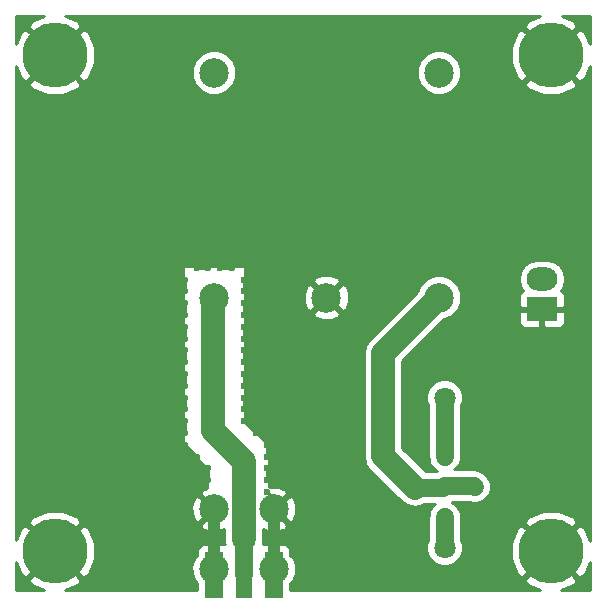
<source format=gbr>
G04 #@! TF.FileFunction,Copper,L1,Top,Signal*
%FSLAX46Y46*%
G04 Gerber Fmt 4.6, Leading zero omitted, Abs format (unit mm)*
G04 Created by KiCad (PCBNEW 4.0.7) date 01/10/18 11:32:41*
%MOMM*%
%LPD*%
G01*
G04 APERTURE LIST*
%ADD10C,0.100000*%
%ADD11C,0.600000*%
%ADD12R,2.600000X2.000000*%
%ADD13O,2.600000X2.000000*%
%ADD14C,5.500000*%
%ADD15C,1.998980*%
%ADD16C,2.499360*%
%ADD17R,1.400000X4.000000*%
%ADD18R,1.500000X4.000000*%
%ADD19C,2.500000*%
%ADD20C,1.800000*%
%ADD21C,1.440000*%
%ADD22C,0.250000*%
%ADD23C,1.000000*%
%ADD24C,1.500000*%
%ADD25C,2.000000*%
%ADD26C,0.254000*%
G04 APERTURE END LIST*
D10*
D11*
X129000000Y-87000000D03*
X128000000Y-87000000D03*
X129000000Y-86000000D03*
X128000000Y-86000000D03*
X129000000Y-85000000D03*
X128000000Y-85000000D03*
X129000000Y-84000000D03*
X128000000Y-84000000D03*
X129000000Y-83000000D03*
X128000000Y-83000000D03*
X129000000Y-82000000D03*
X128000000Y-82000000D03*
X129000000Y-81000000D03*
X128000000Y-81000000D03*
X129000000Y-80000000D03*
X128000000Y-80000000D03*
X129000000Y-79000000D03*
X128000000Y-79000000D03*
X129000000Y-78000000D03*
X128000000Y-78000000D03*
X129000000Y-77000000D03*
X128000000Y-77000000D03*
X129000000Y-76000000D03*
X128000000Y-76000000D03*
X129000000Y-75000000D03*
X128000000Y-75000000D03*
X129000000Y-74000000D03*
X128000000Y-74000000D03*
X129000000Y-73000000D03*
X128000000Y-73000000D03*
X129000000Y-72000000D03*
X128000000Y-72000000D03*
X129000000Y-71000000D03*
X128000000Y-71000000D03*
X129000000Y-70000000D03*
X128000000Y-70000000D03*
X129000000Y-69000000D03*
X128000000Y-69000000D03*
X129000000Y-68000000D03*
X128000000Y-68000000D03*
X129000000Y-67000000D03*
X128000000Y-67000000D03*
X129000000Y-66000000D03*
X128000000Y-66000000D03*
X129000000Y-65000000D03*
X128000000Y-65000000D03*
X129000000Y-64000000D03*
X128000000Y-64000000D03*
X129000000Y-63000000D03*
X128000000Y-63000000D03*
X129000000Y-62000000D03*
X128000000Y-62000000D03*
X129000000Y-61000000D03*
X128000000Y-61000000D03*
X129000000Y-60000000D03*
X128000000Y-60000000D03*
X129000000Y-59000000D03*
X128000000Y-59000000D03*
X129000000Y-58000000D03*
X128000000Y-58000000D03*
X129000000Y-57000000D03*
X128000000Y-57000000D03*
X129000000Y-56000000D03*
X128000000Y-56000000D03*
X129000000Y-55000000D03*
X128000000Y-55000000D03*
X129000000Y-54000000D03*
X128000000Y-54000000D03*
X129000000Y-53000000D03*
X128000000Y-53000000D03*
X122000000Y-48000000D03*
X121000000Y-48000000D03*
X120000000Y-48000000D03*
X119000000Y-48000000D03*
X118000000Y-48000000D03*
X117000000Y-48000000D03*
X116000000Y-48000000D03*
X115000000Y-48000000D03*
X114000000Y-48000000D03*
X113000000Y-48000000D03*
X112000000Y-48000000D03*
X111000000Y-48000000D03*
X110000000Y-48000000D03*
X109000000Y-48000000D03*
X108000000Y-48000000D03*
X107000000Y-48000000D03*
X106000000Y-48000000D03*
X105000000Y-48000000D03*
X104000000Y-48000000D03*
X103000000Y-48000000D03*
X102000000Y-48000000D03*
X101000000Y-48000000D03*
X100000000Y-48000000D03*
X99000000Y-48000000D03*
X98000000Y-48000000D03*
X97000000Y-48000000D03*
X96000000Y-48000000D03*
X95000000Y-48000000D03*
X94000000Y-48000000D03*
X93000000Y-48000000D03*
X92000000Y-48000000D03*
X91000000Y-48000000D03*
X90000000Y-48000000D03*
X89000000Y-48000000D03*
X88000000Y-48000000D03*
X122000000Y-47000000D03*
X121000000Y-47000000D03*
X120000000Y-47000000D03*
X119000000Y-47000000D03*
X118000000Y-47000000D03*
X117000000Y-47000000D03*
X116000000Y-47000000D03*
X115000000Y-47000000D03*
X114000000Y-47000000D03*
X113000000Y-47000000D03*
X112000000Y-47000000D03*
X111000000Y-47000000D03*
X110000000Y-47000000D03*
X109000000Y-47000000D03*
X108000000Y-47000000D03*
X107000000Y-47000000D03*
X106000000Y-47000000D03*
X105000000Y-47000000D03*
X104000000Y-47000000D03*
X103000000Y-47000000D03*
X102000000Y-47000000D03*
X101000000Y-47000000D03*
X100000000Y-47000000D03*
X99000000Y-47000000D03*
X98000000Y-47000000D03*
X97000000Y-47000000D03*
X96000000Y-47000000D03*
X95000000Y-47000000D03*
X94000000Y-47000000D03*
X93000000Y-47000000D03*
X92000000Y-47000000D03*
X91000000Y-47000000D03*
X90000000Y-47000000D03*
X89000000Y-47000000D03*
X88000000Y-47000000D03*
X122000000Y-46000000D03*
X121000000Y-46000000D03*
X120000000Y-46000000D03*
X119000000Y-46000000D03*
X118000000Y-46000000D03*
X117000000Y-46000000D03*
X116000000Y-46000000D03*
X115000000Y-46000000D03*
X114000000Y-46000000D03*
X113000000Y-46000000D03*
X112000000Y-46000000D03*
X111000000Y-46000000D03*
X110000000Y-46000000D03*
X109000000Y-46000000D03*
X108000000Y-46000000D03*
X107000000Y-46000000D03*
X106000000Y-46000000D03*
X105000000Y-46000000D03*
X104000000Y-46000000D03*
X103000000Y-46000000D03*
X102000000Y-46000000D03*
X101000000Y-46000000D03*
X100000000Y-46000000D03*
X99000000Y-46000000D03*
X98000000Y-46000000D03*
X97000000Y-46000000D03*
X96000000Y-46000000D03*
X95000000Y-46000000D03*
X94000000Y-46000000D03*
X93000000Y-46000000D03*
X92000000Y-46000000D03*
X91000000Y-46000000D03*
X90000000Y-46000000D03*
X89000000Y-46000000D03*
X88000000Y-46000000D03*
X128000000Y-87000000D03*
X127000000Y-87000000D03*
X126000000Y-87000000D03*
X125000000Y-87000000D03*
X124000000Y-87000000D03*
X123000000Y-87000000D03*
X122000000Y-87000000D03*
X128000000Y-86000000D03*
X127000000Y-86000000D03*
X126000000Y-86000000D03*
X125000000Y-86000000D03*
X124000000Y-86000000D03*
X123000000Y-86000000D03*
X122000000Y-86000000D03*
X128000000Y-85000000D03*
X123000000Y-85000000D03*
X122000000Y-85000000D03*
X128000000Y-84000000D03*
X123000000Y-84000000D03*
X122000000Y-84000000D03*
X128000000Y-83000000D03*
X123000000Y-83000000D03*
X122000000Y-83000000D03*
X128000000Y-82000000D03*
X123000000Y-82000000D03*
X122000000Y-82000000D03*
X128000000Y-81000000D03*
X123000000Y-81000000D03*
X122000000Y-81000000D03*
X128000000Y-80000000D03*
X123000000Y-80000000D03*
X122000000Y-80000000D03*
X128000000Y-79000000D03*
X123000000Y-79000000D03*
X122000000Y-79000000D03*
X128000000Y-78000000D03*
X123000000Y-78000000D03*
X122000000Y-78000000D03*
X128000000Y-77000000D03*
X123000000Y-77000000D03*
X122000000Y-77000000D03*
X128000000Y-76000000D03*
X123000000Y-76000000D03*
X122000000Y-76000000D03*
X128000000Y-75000000D03*
X127000000Y-75000000D03*
X126000000Y-75000000D03*
X125000000Y-75000000D03*
X124000000Y-75000000D03*
X123000000Y-75000000D03*
X122000000Y-75000000D03*
X128000000Y-74000000D03*
X127000000Y-74000000D03*
X126000000Y-74000000D03*
X125000000Y-74000000D03*
X124000000Y-74000000D03*
X123000000Y-74000000D03*
X95000000Y-94000000D03*
X94000000Y-94000000D03*
X93000000Y-94000000D03*
X92000000Y-94000000D03*
X91000000Y-94000000D03*
X90000000Y-94000000D03*
X89000000Y-94000000D03*
X88000000Y-94000000D03*
X95000000Y-93000000D03*
X94000000Y-93000000D03*
X93000000Y-93000000D03*
X92000000Y-93000000D03*
X91000000Y-93000000D03*
X90000000Y-93000000D03*
X89000000Y-93000000D03*
X88000000Y-93000000D03*
X95000000Y-92000000D03*
X94000000Y-92000000D03*
X89000000Y-92000000D03*
X88000000Y-92000000D03*
X95000000Y-91000000D03*
X94000000Y-91000000D03*
X89000000Y-91000000D03*
X88000000Y-91000000D03*
X95000000Y-90000000D03*
X94000000Y-90000000D03*
X89000000Y-90000000D03*
X88000000Y-90000000D03*
X95000000Y-89000000D03*
X94000000Y-89000000D03*
X93000000Y-89000000D03*
X92000000Y-89000000D03*
X91000000Y-89000000D03*
X90000000Y-89000000D03*
X89000000Y-89000000D03*
X88000000Y-89000000D03*
X95000000Y-88000000D03*
X94000000Y-88000000D03*
X93000000Y-88000000D03*
X92000000Y-88000000D03*
X91000000Y-88000000D03*
X90000000Y-88000000D03*
X89000000Y-88000000D03*
X111000000Y-94000000D03*
X110000000Y-94000000D03*
X109000000Y-94000000D03*
X108000000Y-94000000D03*
X107000000Y-94000000D03*
X106000000Y-94000000D03*
X105000000Y-94000000D03*
X111000000Y-93000000D03*
X110000000Y-93000000D03*
X109000000Y-93000000D03*
X108000000Y-93000000D03*
X107000000Y-93000000D03*
X106000000Y-93000000D03*
X105000000Y-93000000D03*
X111000000Y-92000000D03*
X110000000Y-92000000D03*
X106000000Y-92000000D03*
X105000000Y-92000000D03*
X111000000Y-91000000D03*
X110000000Y-91000000D03*
X106000000Y-91000000D03*
X105000000Y-91000000D03*
X111000000Y-90000000D03*
X110000000Y-90000000D03*
X106000000Y-90000000D03*
X105000000Y-90000000D03*
X111000000Y-89000000D03*
X110000000Y-89000000D03*
X106000000Y-89000000D03*
X105000000Y-89000000D03*
X111000000Y-88000000D03*
X110000000Y-88000000D03*
X106000000Y-88000000D03*
X105000000Y-88000000D03*
X111000000Y-87000000D03*
X110000000Y-87000000D03*
X109000000Y-87000000D03*
X108000000Y-87000000D03*
X107000000Y-87000000D03*
X106000000Y-87000000D03*
X105000000Y-87000000D03*
X111000000Y-86000000D03*
X110000000Y-86000000D03*
X109000000Y-86000000D03*
X108000000Y-86000000D03*
X107000000Y-86000000D03*
X106000000Y-86000000D03*
X87000000Y-87000000D03*
X86000000Y-87000000D03*
X85000000Y-87000000D03*
X84000000Y-87000000D03*
X83000000Y-87000000D03*
X82000000Y-87000000D03*
X81000000Y-87000000D03*
X87000000Y-86000000D03*
X86000000Y-86000000D03*
X85000000Y-86000000D03*
X84000000Y-86000000D03*
X83000000Y-86000000D03*
X82000000Y-86000000D03*
X81000000Y-86000000D03*
X87000000Y-85000000D03*
X86000000Y-85000000D03*
X85000000Y-85000000D03*
X84000000Y-85000000D03*
X83000000Y-85000000D03*
X82000000Y-85000000D03*
X81000000Y-85000000D03*
X87000000Y-84000000D03*
X86000000Y-84000000D03*
X82000000Y-84000000D03*
X81000000Y-84000000D03*
X87000000Y-83000000D03*
X86000000Y-83000000D03*
X82000000Y-83000000D03*
X81000000Y-83000000D03*
X87000000Y-82000000D03*
X86000000Y-82000000D03*
X82000000Y-82000000D03*
X81000000Y-82000000D03*
X87000000Y-81000000D03*
X86000000Y-81000000D03*
X82000000Y-81000000D03*
X81000000Y-81000000D03*
X87000000Y-80000000D03*
X86000000Y-80000000D03*
X82000000Y-80000000D03*
X81000000Y-80000000D03*
X87000000Y-79000000D03*
X86000000Y-79000000D03*
X82000000Y-79000000D03*
X81000000Y-79000000D03*
X87000000Y-78000000D03*
X86000000Y-78000000D03*
X82000000Y-78000000D03*
X81000000Y-78000000D03*
X87000000Y-77000000D03*
X86000000Y-77000000D03*
X82000000Y-77000000D03*
X81000000Y-77000000D03*
X87000000Y-76000000D03*
X86000000Y-76000000D03*
X82000000Y-76000000D03*
X81000000Y-76000000D03*
X87000000Y-75000000D03*
X86000000Y-75000000D03*
X82000000Y-75000000D03*
X81000000Y-75000000D03*
X87000000Y-74000000D03*
X86000000Y-74000000D03*
X82000000Y-74000000D03*
X81000000Y-74000000D03*
X87000000Y-73000000D03*
X86000000Y-73000000D03*
X82000000Y-73000000D03*
X81000000Y-73000000D03*
X87000000Y-72000000D03*
X86000000Y-72000000D03*
X82000000Y-72000000D03*
X81000000Y-72000000D03*
X87000000Y-71000000D03*
X86000000Y-71000000D03*
X82000000Y-71000000D03*
X81000000Y-71000000D03*
X87000000Y-70000000D03*
X86000000Y-70000000D03*
X82000000Y-70000000D03*
X81000000Y-70000000D03*
X87000000Y-69000000D03*
X86000000Y-69000000D03*
X82000000Y-69000000D03*
X81000000Y-69000000D03*
X87000000Y-68000000D03*
X86000000Y-68000000D03*
X82000000Y-68000000D03*
X81000000Y-68000000D03*
X87000000Y-67000000D03*
X86000000Y-67000000D03*
X82000000Y-67000000D03*
X81000000Y-67000000D03*
X87000000Y-66000000D03*
X86000000Y-66000000D03*
X82000000Y-66000000D03*
X81000000Y-66000000D03*
X87000000Y-65000000D03*
X86000000Y-65000000D03*
X82000000Y-65000000D03*
X81000000Y-65000000D03*
X87000000Y-64000000D03*
X86000000Y-64000000D03*
X82000000Y-64000000D03*
X81000000Y-64000000D03*
X87000000Y-63000000D03*
X86000000Y-63000000D03*
X82000000Y-63000000D03*
X81000000Y-63000000D03*
X87000000Y-62000000D03*
X86000000Y-62000000D03*
X82000000Y-62000000D03*
X81000000Y-62000000D03*
X87000000Y-61000000D03*
X86000000Y-61000000D03*
X82000000Y-61000000D03*
X81000000Y-61000000D03*
X87000000Y-60000000D03*
X86000000Y-60000000D03*
X82000000Y-60000000D03*
X81000000Y-60000000D03*
X87000000Y-59000000D03*
X86000000Y-59000000D03*
X82000000Y-59000000D03*
X81000000Y-59000000D03*
X87000000Y-58000000D03*
X86000000Y-58000000D03*
X82000000Y-58000000D03*
X81000000Y-58000000D03*
X87000000Y-57000000D03*
X86000000Y-57000000D03*
X82000000Y-57000000D03*
X81000000Y-57000000D03*
X87000000Y-56000000D03*
X86000000Y-56000000D03*
X82000000Y-56000000D03*
X81000000Y-56000000D03*
X87000000Y-55000000D03*
X86000000Y-55000000D03*
X82000000Y-55000000D03*
X81000000Y-55000000D03*
X87000000Y-54000000D03*
X86000000Y-54000000D03*
X85000000Y-54000000D03*
X84000000Y-54000000D03*
X83000000Y-54000000D03*
X82000000Y-54000000D03*
X81000000Y-54000000D03*
X87000000Y-53000000D03*
X86000000Y-53000000D03*
X85000000Y-53000000D03*
X84000000Y-53000000D03*
X83000000Y-53000000D03*
X82000000Y-53000000D03*
D12*
X125250000Y-70500000D03*
D13*
X125250000Y-67960000D03*
D14*
X126000000Y-49000000D03*
D15*
X100000000Y-90000000D03*
D16*
X102540000Y-87460000D03*
X102540000Y-92540000D03*
X97460000Y-92540000D03*
X97460000Y-87460000D03*
D14*
X84000000Y-49000000D03*
X126000000Y-91000000D03*
X84000000Y-91000000D03*
D17*
X100000000Y-93000000D03*
D18*
X102540000Y-93000000D03*
X97460000Y-93000000D03*
D19*
X97475000Y-50475000D03*
X116525000Y-50475000D03*
X116525000Y-69525000D03*
X97475000Y-69525000D03*
X107000000Y-69525000D03*
D20*
X117000000Y-78000000D03*
X114460000Y-85620000D03*
X117000000Y-90700000D03*
D21*
X117000000Y-83000000D03*
X119540000Y-85540000D03*
X117000000Y-88080000D03*
X117000000Y-88100000D03*
X117000000Y-85460000D03*
X117000000Y-83000000D03*
D11*
X81000000Y-53000000D03*
X105000000Y-86000000D03*
X88000000Y-88000000D03*
X122000000Y-74000000D03*
X97000000Y-85000000D03*
X97000000Y-84000000D03*
X96000000Y-83000000D03*
X95000000Y-82000000D03*
X95000000Y-81000000D03*
X95000000Y-80000000D03*
X95000000Y-79000000D03*
X95000000Y-78000000D03*
X95000000Y-77000000D03*
X95000000Y-76000000D03*
X95000000Y-75000000D03*
X95000000Y-74000000D03*
X95000000Y-73000000D03*
X95000000Y-72000000D03*
X95000000Y-71000000D03*
X95000000Y-70000000D03*
X95000000Y-69000000D03*
X95000000Y-68000000D03*
X96000000Y-67000000D03*
X97000000Y-67000000D03*
X98000000Y-67000000D03*
X99000000Y-67000000D03*
X100000000Y-68000000D03*
X100000000Y-69000000D03*
X100000000Y-70000000D03*
X100000000Y-71000000D03*
X100000000Y-72000000D03*
X100000000Y-73000000D03*
X100000000Y-74000000D03*
X100000000Y-75000000D03*
X100000000Y-76000000D03*
X100000000Y-77000000D03*
X100000000Y-78000000D03*
X100000000Y-79000000D03*
X100000000Y-80000000D03*
X101000000Y-81000000D03*
X102000000Y-82000000D03*
X102000000Y-83000000D03*
X102000000Y-84000000D03*
X102000000Y-85000000D03*
X102000000Y-86000000D03*
X102500000Y-57000000D03*
X102500000Y-55000000D03*
X102500000Y-53000000D03*
X102500000Y-51000000D03*
X102500000Y-49000000D03*
X104500000Y-49000000D03*
X106500000Y-49000000D03*
X108500000Y-49000000D03*
X110500000Y-49000000D03*
X111500000Y-51000000D03*
X111500000Y-53000000D03*
X111500000Y-55000000D03*
X111500000Y-57000000D03*
D22*
X102540000Y-87460000D02*
X102540000Y-86540000D01*
X102540000Y-86540000D02*
X102000000Y-86000000D01*
X97000000Y-84000000D02*
X97000000Y-85000000D01*
X95000000Y-82000000D02*
X96000000Y-83000000D01*
X95000000Y-80000000D02*
X95000000Y-81000000D01*
X95000000Y-78000000D02*
X95000000Y-79000000D01*
X95000000Y-76000000D02*
X95000000Y-77000000D01*
X95000000Y-74000000D02*
X95000000Y-75000000D01*
X95000000Y-72000000D02*
X95000000Y-73000000D01*
X95000000Y-70000000D02*
X95000000Y-71000000D01*
X95000000Y-68000000D02*
X95000000Y-69000000D01*
X97000000Y-67000000D02*
X96000000Y-67000000D01*
X99000000Y-67000000D02*
X98000000Y-67000000D01*
X100000000Y-69000000D02*
X100000000Y-68000000D01*
X100000000Y-71000000D02*
X100000000Y-70000000D01*
X100000000Y-73000000D02*
X100000000Y-72000000D01*
X100000000Y-75000000D02*
X100000000Y-74000000D01*
X100000000Y-77000000D02*
X100000000Y-76000000D01*
X100000000Y-79000000D02*
X100000000Y-78000000D01*
X101000000Y-81000000D02*
X100000000Y-80000000D01*
X102000000Y-83000000D02*
X102000000Y-82000000D01*
X102000000Y-85000000D02*
X102000000Y-84000000D01*
D23*
X97460000Y-87460000D02*
X97460000Y-92540000D01*
X102540000Y-87460000D02*
X102540000Y-92540000D01*
D22*
X102500000Y-57000000D02*
X102500000Y-55000000D01*
X102500000Y-53000000D02*
X102500000Y-51000000D01*
X102500000Y-49000000D02*
X104500000Y-49000000D01*
X106500000Y-49000000D02*
X108500000Y-49000000D01*
X110500000Y-49000000D02*
X111500000Y-49000000D01*
X111500000Y-49000000D02*
X111500000Y-51000000D01*
X111500000Y-53000000D02*
X111500000Y-55000000D01*
X126000000Y-49000000D02*
X124000000Y-49000000D01*
D24*
X117000000Y-85460000D02*
X119460000Y-85460000D01*
X119460000Y-85460000D02*
X119540000Y-85540000D01*
X119460000Y-85460000D02*
X119540000Y-85540000D01*
X114460000Y-85620000D02*
X116840000Y-85620000D01*
X116840000Y-85620000D02*
X117000000Y-85460000D01*
D25*
X114460000Y-85620000D02*
X111800000Y-82960000D01*
X111800000Y-82960000D02*
X111800000Y-74250000D01*
X111800000Y-74250000D02*
X116525000Y-69525000D01*
X100000000Y-90000000D02*
X100000000Y-83400000D01*
X100000000Y-83400000D02*
X97400000Y-80800000D01*
X97400000Y-80800000D02*
X97400000Y-69600000D01*
X97400000Y-69600000D02*
X97475000Y-69525000D01*
D24*
X100000000Y-93000000D02*
X100000000Y-90000000D01*
X117000000Y-83000000D02*
X117000000Y-78000000D01*
X117000000Y-90700000D02*
X117000000Y-88080000D01*
D26*
G36*
X82089629Y-46125620D02*
X82075487Y-46135068D01*
X81763339Y-46583734D01*
X84000000Y-48820395D01*
X86236661Y-46583734D01*
X85924513Y-46135068D01*
X84905417Y-45710000D01*
X125100059Y-45710000D01*
X124089629Y-46125620D01*
X124075487Y-46135068D01*
X123763339Y-46583734D01*
X126000000Y-48820395D01*
X128236661Y-46583734D01*
X127924513Y-46135068D01*
X126905417Y-45710000D01*
X129290000Y-45710000D01*
X129290000Y-48100059D01*
X128874380Y-47089629D01*
X128864932Y-47075487D01*
X128416266Y-46763339D01*
X126179605Y-49000000D01*
X128416266Y-51236661D01*
X128864932Y-50924513D01*
X129290000Y-49905417D01*
X129290000Y-90100059D01*
X128874380Y-89089629D01*
X128864932Y-89075487D01*
X128416266Y-88763339D01*
X126179605Y-91000000D01*
X128416266Y-93236661D01*
X128864932Y-92924513D01*
X129290000Y-91905417D01*
X129290000Y-94290000D01*
X126899941Y-94290000D01*
X127910371Y-93874380D01*
X127924513Y-93864932D01*
X128236661Y-93416266D01*
X126000000Y-91179605D01*
X123763339Y-93416266D01*
X124075487Y-93864932D01*
X125094583Y-94290000D01*
X103925000Y-94290000D01*
X103925000Y-93869038D01*
X103986823Y-93807215D01*
X103925000Y-93745392D01*
X103925000Y-93670573D01*
X104165859Y-93564275D01*
X104434071Y-92864117D01*
X104413928Y-92114616D01*
X104165859Y-91515725D01*
X103925000Y-91409427D01*
X103925000Y-91334608D01*
X103986823Y-91272785D01*
X103925000Y-91210962D01*
X103925000Y-90873691D01*
X103828327Y-90640302D01*
X103649699Y-90461673D01*
X103416310Y-90365000D01*
X102825750Y-90365000D01*
X102667000Y-90523750D01*
X102667000Y-90651227D01*
X102413000Y-90658053D01*
X102413000Y-90523750D01*
X102254250Y-90365000D01*
X101663690Y-90365000D01*
X101608798Y-90387737D01*
X101634206Y-90326547D01*
X101634489Y-90002569D01*
X101635000Y-90000000D01*
X101635000Y-89131550D01*
X102215883Y-89354071D01*
X102965384Y-89333928D01*
X103564275Y-89085859D01*
X103693483Y-88793089D01*
X102540000Y-87639605D01*
X102525858Y-87653748D01*
X102346252Y-87474142D01*
X102360395Y-87460000D01*
X102719605Y-87460000D01*
X103873089Y-88613483D01*
X104165859Y-88484275D01*
X104434071Y-87784117D01*
X104413928Y-87034616D01*
X104165859Y-86435725D01*
X103873089Y-86306517D01*
X102719605Y-87460000D01*
X102360395Y-87460000D01*
X102346252Y-87445858D01*
X102525858Y-87266252D01*
X102540000Y-87280395D01*
X103693483Y-86126911D01*
X103564275Y-85834141D01*
X102864117Y-85565929D01*
X102127000Y-85585739D01*
X102127000Y-82000000D01*
X102116994Y-81950590D01*
X102089803Y-81910197D01*
X100127000Y-79947394D01*
X100127000Y-74250000D01*
X110164999Y-74250000D01*
X110165000Y-74250005D01*
X110165000Y-82959995D01*
X110164999Y-82960000D01*
X110289457Y-83585688D01*
X110643880Y-84116120D01*
X113303880Y-86776120D01*
X113834312Y-87130543D01*
X114460000Y-87255001D01*
X115085688Y-87130543D01*
X115273577Y-87005000D01*
X116158944Y-87005000D01*
X116149078Y-87014849D01*
X116020657Y-87100657D01*
X115935598Y-87227957D01*
X115851957Y-87311452D01*
X115806236Y-87421561D01*
X115720427Y-87549983D01*
X115690558Y-87700143D01*
X115645236Y-87809291D01*
X115645132Y-87928517D01*
X115615000Y-88080000D01*
X115615000Y-90032733D01*
X115465267Y-90393330D01*
X115464735Y-91003991D01*
X115697932Y-91568371D01*
X116129357Y-92000551D01*
X116693330Y-92234733D01*
X117303991Y-92235265D01*
X117868371Y-92002068D01*
X118206052Y-91664976D01*
X122613352Y-91664976D01*
X123125620Y-92910371D01*
X123135068Y-92924513D01*
X123583734Y-93236661D01*
X125820395Y-91000000D01*
X123583734Y-88763339D01*
X123135068Y-89075487D01*
X122616669Y-90318343D01*
X122613352Y-91664976D01*
X118206052Y-91664976D01*
X118300551Y-91570643D01*
X118534733Y-91006670D01*
X118535265Y-90396009D01*
X118385000Y-90032340D01*
X118385000Y-88583734D01*
X123763339Y-88583734D01*
X126000000Y-90820395D01*
X128236661Y-88583734D01*
X127924513Y-88135068D01*
X126681657Y-87616669D01*
X125335024Y-87613352D01*
X124089629Y-88125620D01*
X124075487Y-88135068D01*
X123763339Y-88583734D01*
X118385000Y-88583734D01*
X118385000Y-88080000D01*
X118355149Y-87929930D01*
X118355235Y-87831656D01*
X118355218Y-87831614D01*
X118355235Y-87811656D01*
X118309704Y-87701464D01*
X118279573Y-87549983D01*
X118194515Y-87422685D01*
X118149383Y-87313457D01*
X118065151Y-87229078D01*
X117979343Y-87100657D01*
X117852043Y-87015598D01*
X117768548Y-86931957D01*
X117658439Y-86886236D01*
X117596725Y-86845000D01*
X119137814Y-86845000D01*
X119160142Y-86849441D01*
X119269291Y-86894764D01*
X119388517Y-86894868D01*
X119540000Y-86925000D01*
X119690158Y-86895132D01*
X119808344Y-86895235D01*
X119918537Y-86849704D01*
X120070016Y-86819573D01*
X120197313Y-86734516D01*
X120306543Y-86689383D01*
X120390922Y-86605151D01*
X120519343Y-86519343D01*
X120604401Y-86392044D01*
X120688043Y-86308548D01*
X120733765Y-86198437D01*
X120819573Y-86070016D01*
X120849441Y-85919858D01*
X120894764Y-85810709D01*
X120894868Y-85691483D01*
X120925000Y-85540000D01*
X120895132Y-85389842D01*
X120895235Y-85271656D01*
X120849704Y-85161463D01*
X120819573Y-85009984D01*
X120734516Y-84882687D01*
X120689383Y-84773457D01*
X120605151Y-84689078D01*
X120519343Y-84560657D01*
X120439343Y-84480657D01*
X120312463Y-84395878D01*
X120308548Y-84391957D01*
X120303386Y-84389814D01*
X119990017Y-84180427D01*
X119460000Y-84075000D01*
X117841056Y-84075000D01*
X117850922Y-84065151D01*
X117979343Y-83979343D01*
X118064402Y-83852043D01*
X118148043Y-83768548D01*
X118193764Y-83658439D01*
X118279573Y-83530017D01*
X118309442Y-83379857D01*
X118354764Y-83270709D01*
X118354868Y-83151483D01*
X118385000Y-83000000D01*
X118385000Y-78667267D01*
X118534733Y-78306670D01*
X118535265Y-77696009D01*
X118302068Y-77131629D01*
X117870643Y-76699449D01*
X117306670Y-76465267D01*
X116696009Y-76464735D01*
X116131629Y-76697932D01*
X115699449Y-77129357D01*
X115465267Y-77693330D01*
X115464735Y-78303991D01*
X115615000Y-78667660D01*
X115615000Y-83000000D01*
X115644868Y-83150158D01*
X115644765Y-83268344D01*
X115690296Y-83378536D01*
X115720427Y-83530017D01*
X115805485Y-83657315D01*
X115850617Y-83766543D01*
X115934849Y-83850922D01*
X116020657Y-83979343D01*
X116147957Y-84064402D01*
X116231452Y-84148043D01*
X116341561Y-84193764D01*
X116395792Y-84230000D01*
X116388309Y-84235000D01*
X115387240Y-84235000D01*
X113435000Y-82282760D01*
X113435000Y-74927240D01*
X116989662Y-71372578D01*
X117591372Y-71123957D01*
X117930169Y-70785750D01*
X123315000Y-70785750D01*
X123315000Y-71626309D01*
X123411673Y-71859698D01*
X123590301Y-72038327D01*
X123823690Y-72135000D01*
X124964250Y-72135000D01*
X125123000Y-71976250D01*
X125123000Y-70627000D01*
X125377000Y-70627000D01*
X125377000Y-71976250D01*
X125535750Y-72135000D01*
X126676310Y-72135000D01*
X126909699Y-72038327D01*
X127088327Y-71859698D01*
X127185000Y-71626309D01*
X127185000Y-70785750D01*
X127026250Y-70627000D01*
X125377000Y-70627000D01*
X125123000Y-70627000D01*
X123473750Y-70627000D01*
X123315000Y-70785750D01*
X117930169Y-70785750D01*
X118122093Y-70594161D01*
X118409672Y-69901595D01*
X118410326Y-69151695D01*
X118123957Y-68458628D01*
X117626199Y-67960000D01*
X123277091Y-67960000D01*
X123401548Y-68585687D01*
X123639231Y-68941406D01*
X123590301Y-68961673D01*
X123411673Y-69140302D01*
X123315000Y-69373691D01*
X123315000Y-70214250D01*
X123473750Y-70373000D01*
X125123000Y-70373000D01*
X125123000Y-70353000D01*
X125377000Y-70353000D01*
X125377000Y-70373000D01*
X127026250Y-70373000D01*
X127185000Y-70214250D01*
X127185000Y-69373691D01*
X127088327Y-69140302D01*
X126909699Y-68961673D01*
X126860769Y-68941406D01*
X127098452Y-68585687D01*
X127222909Y-67960000D01*
X127098452Y-67334313D01*
X126744029Y-66803880D01*
X126213596Y-66449457D01*
X125587909Y-66325000D01*
X124912091Y-66325000D01*
X124286404Y-66449457D01*
X123755971Y-66803880D01*
X123401548Y-67334313D01*
X123277091Y-67960000D01*
X117626199Y-67960000D01*
X117594161Y-67927907D01*
X116901595Y-67640328D01*
X116151695Y-67639674D01*
X115458628Y-67926043D01*
X114927907Y-68455839D01*
X114676524Y-69061236D01*
X110643880Y-73093880D01*
X110289457Y-73624312D01*
X110164999Y-74250000D01*
X100127000Y-74250000D01*
X100127000Y-70858320D01*
X105846285Y-70858320D01*
X105975533Y-71151123D01*
X106675806Y-71419388D01*
X107425435Y-71399250D01*
X108024467Y-71151123D01*
X108153715Y-70858320D01*
X107000000Y-69704605D01*
X105846285Y-70858320D01*
X100127000Y-70858320D01*
X100127000Y-69200806D01*
X105105612Y-69200806D01*
X105125750Y-69950435D01*
X105373877Y-70549467D01*
X105666680Y-70678715D01*
X106820395Y-69525000D01*
X107179605Y-69525000D01*
X108333320Y-70678715D01*
X108626123Y-70549467D01*
X108894388Y-69849194D01*
X108874250Y-69099565D01*
X108626123Y-68500533D01*
X108333320Y-68371285D01*
X107179605Y-69525000D01*
X106820395Y-69525000D01*
X105666680Y-68371285D01*
X105373877Y-68500533D01*
X105105612Y-69200806D01*
X100127000Y-69200806D01*
X100127000Y-68191680D01*
X105846285Y-68191680D01*
X107000000Y-69345395D01*
X108153715Y-68191680D01*
X108024467Y-67898877D01*
X107324194Y-67630612D01*
X106574565Y-67650750D01*
X105975533Y-67898877D01*
X105846285Y-68191680D01*
X100127000Y-68191680D01*
X100127000Y-67000000D01*
X100116994Y-66950590D01*
X100088553Y-66908965D01*
X100046159Y-66881685D01*
X100000000Y-66873000D01*
X95000000Y-66873000D01*
X94950590Y-66883006D01*
X94908965Y-66911447D01*
X94881685Y-66953841D01*
X94873000Y-67000000D01*
X94873000Y-82000000D01*
X94883006Y-82049410D01*
X94910197Y-82089803D01*
X96873000Y-84052606D01*
X96873000Y-85653016D01*
X96435725Y-85834141D01*
X96306517Y-86126911D01*
X97460000Y-87280395D01*
X97474142Y-87266252D01*
X97653748Y-87445858D01*
X97639605Y-87460000D01*
X97653748Y-87474142D01*
X97474142Y-87653748D01*
X97460000Y-87639605D01*
X96306517Y-88793089D01*
X96435725Y-89085859D01*
X97135883Y-89354071D01*
X97885384Y-89333928D01*
X98365000Y-89135264D01*
X98365000Y-90000000D01*
X98365507Y-90002546D01*
X98365226Y-90323694D01*
X98391788Y-90387980D01*
X98336310Y-90365000D01*
X97745750Y-90365000D01*
X97587000Y-90523750D01*
X97587000Y-90651227D01*
X97333000Y-90658053D01*
X97333000Y-90523750D01*
X97174250Y-90365000D01*
X96583690Y-90365000D01*
X96350301Y-90461673D01*
X96171673Y-90640302D01*
X96075000Y-90873691D01*
X96075000Y-91210962D01*
X96013177Y-91272785D01*
X96075000Y-91334608D01*
X96075000Y-91409427D01*
X95834141Y-91515725D01*
X95565929Y-92215883D01*
X95586072Y-92965384D01*
X95834141Y-93564275D01*
X96075000Y-93670573D01*
X96075000Y-93745392D01*
X96013177Y-93807215D01*
X96075000Y-93869038D01*
X96075000Y-94290000D01*
X84899941Y-94290000D01*
X85910371Y-93874380D01*
X85924513Y-93864932D01*
X86236661Y-93416266D01*
X84000000Y-91179605D01*
X81763339Y-93416266D01*
X82075487Y-93864932D01*
X83094583Y-94290000D01*
X80710000Y-94290000D01*
X80710000Y-91899941D01*
X81125620Y-92910371D01*
X81135068Y-92924513D01*
X81583734Y-93236661D01*
X83820395Y-91000000D01*
X84179605Y-91000000D01*
X86416266Y-93236661D01*
X86864932Y-92924513D01*
X87383331Y-91681657D01*
X87386648Y-90335024D01*
X86874380Y-89089629D01*
X86864932Y-89075487D01*
X86416266Y-88763339D01*
X84179605Y-91000000D01*
X83820395Y-91000000D01*
X81583734Y-88763339D01*
X81135068Y-89075487D01*
X80710000Y-90094583D01*
X80710000Y-88583734D01*
X81763339Y-88583734D01*
X84000000Y-90820395D01*
X86236661Y-88583734D01*
X85924513Y-88135068D01*
X84681657Y-87616669D01*
X83335024Y-87613352D01*
X82089629Y-88125620D01*
X82075487Y-88135068D01*
X81763339Y-88583734D01*
X80710000Y-88583734D01*
X80710000Y-87135883D01*
X95565929Y-87135883D01*
X95586072Y-87885384D01*
X95834141Y-88484275D01*
X96126911Y-88613483D01*
X97280395Y-87460000D01*
X96126911Y-86306517D01*
X95834141Y-86435725D01*
X95565929Y-87135883D01*
X80710000Y-87135883D01*
X80710000Y-51416266D01*
X81763339Y-51416266D01*
X82075487Y-51864932D01*
X83318343Y-52383331D01*
X84664976Y-52386648D01*
X85910371Y-51874380D01*
X85924513Y-51864932D01*
X86236661Y-51416266D01*
X84000000Y-49179605D01*
X81763339Y-51416266D01*
X80710000Y-51416266D01*
X80710000Y-49899941D01*
X81125620Y-50910371D01*
X81135068Y-50924513D01*
X81583734Y-51236661D01*
X83820395Y-49000000D01*
X84179605Y-49000000D01*
X86416266Y-51236661D01*
X86864932Y-50924513D01*
X86896718Y-50848305D01*
X95589674Y-50848305D01*
X95876043Y-51541372D01*
X96405839Y-52072093D01*
X97098405Y-52359672D01*
X97848305Y-52360326D01*
X98541372Y-52073957D01*
X99072093Y-51544161D01*
X99359672Y-50851595D01*
X99359674Y-50848305D01*
X114639674Y-50848305D01*
X114926043Y-51541372D01*
X115455839Y-52072093D01*
X116148405Y-52359672D01*
X116898305Y-52360326D01*
X117591372Y-52073957D01*
X118122093Y-51544161D01*
X118175199Y-51416266D01*
X123763339Y-51416266D01*
X124075487Y-51864932D01*
X125318343Y-52383331D01*
X126664976Y-52386648D01*
X127910371Y-51874380D01*
X127924513Y-51864932D01*
X128236661Y-51416266D01*
X126000000Y-49179605D01*
X123763339Y-51416266D01*
X118175199Y-51416266D01*
X118409672Y-50851595D01*
X118410326Y-50101695D01*
X118229878Y-49664976D01*
X122613352Y-49664976D01*
X123125620Y-50910371D01*
X123135068Y-50924513D01*
X123583734Y-51236661D01*
X125820395Y-49000000D01*
X123583734Y-46763339D01*
X123135068Y-47075487D01*
X122616669Y-48318343D01*
X122613352Y-49664976D01*
X118229878Y-49664976D01*
X118123957Y-49408628D01*
X117594161Y-48877907D01*
X116901595Y-48590328D01*
X116151695Y-48589674D01*
X115458628Y-48876043D01*
X114927907Y-49405839D01*
X114640328Y-50098405D01*
X114639674Y-50848305D01*
X99359674Y-50848305D01*
X99360326Y-50101695D01*
X99073957Y-49408628D01*
X98544161Y-48877907D01*
X97851595Y-48590328D01*
X97101695Y-48589674D01*
X96408628Y-48876043D01*
X95877907Y-49405839D01*
X95590328Y-50098405D01*
X95589674Y-50848305D01*
X86896718Y-50848305D01*
X87383331Y-49681657D01*
X87386648Y-48335024D01*
X86874380Y-47089629D01*
X86864932Y-47075487D01*
X86416266Y-46763339D01*
X84179605Y-49000000D01*
X83820395Y-49000000D01*
X81583734Y-46763339D01*
X81135068Y-47075487D01*
X80710000Y-48094583D01*
X80710000Y-45710000D01*
X83100059Y-45710000D01*
X82089629Y-46125620D01*
X82089629Y-46125620D01*
G37*
X82089629Y-46125620D02*
X82075487Y-46135068D01*
X81763339Y-46583734D01*
X84000000Y-48820395D01*
X86236661Y-46583734D01*
X85924513Y-46135068D01*
X84905417Y-45710000D01*
X125100059Y-45710000D01*
X124089629Y-46125620D01*
X124075487Y-46135068D01*
X123763339Y-46583734D01*
X126000000Y-48820395D01*
X128236661Y-46583734D01*
X127924513Y-46135068D01*
X126905417Y-45710000D01*
X129290000Y-45710000D01*
X129290000Y-48100059D01*
X128874380Y-47089629D01*
X128864932Y-47075487D01*
X128416266Y-46763339D01*
X126179605Y-49000000D01*
X128416266Y-51236661D01*
X128864932Y-50924513D01*
X129290000Y-49905417D01*
X129290000Y-90100059D01*
X128874380Y-89089629D01*
X128864932Y-89075487D01*
X128416266Y-88763339D01*
X126179605Y-91000000D01*
X128416266Y-93236661D01*
X128864932Y-92924513D01*
X129290000Y-91905417D01*
X129290000Y-94290000D01*
X126899941Y-94290000D01*
X127910371Y-93874380D01*
X127924513Y-93864932D01*
X128236661Y-93416266D01*
X126000000Y-91179605D01*
X123763339Y-93416266D01*
X124075487Y-93864932D01*
X125094583Y-94290000D01*
X103925000Y-94290000D01*
X103925000Y-93869038D01*
X103986823Y-93807215D01*
X103925000Y-93745392D01*
X103925000Y-93670573D01*
X104165859Y-93564275D01*
X104434071Y-92864117D01*
X104413928Y-92114616D01*
X104165859Y-91515725D01*
X103925000Y-91409427D01*
X103925000Y-91334608D01*
X103986823Y-91272785D01*
X103925000Y-91210962D01*
X103925000Y-90873691D01*
X103828327Y-90640302D01*
X103649699Y-90461673D01*
X103416310Y-90365000D01*
X102825750Y-90365000D01*
X102667000Y-90523750D01*
X102667000Y-90651227D01*
X102413000Y-90658053D01*
X102413000Y-90523750D01*
X102254250Y-90365000D01*
X101663690Y-90365000D01*
X101608798Y-90387737D01*
X101634206Y-90326547D01*
X101634489Y-90002569D01*
X101635000Y-90000000D01*
X101635000Y-89131550D01*
X102215883Y-89354071D01*
X102965384Y-89333928D01*
X103564275Y-89085859D01*
X103693483Y-88793089D01*
X102540000Y-87639605D01*
X102525858Y-87653748D01*
X102346252Y-87474142D01*
X102360395Y-87460000D01*
X102719605Y-87460000D01*
X103873089Y-88613483D01*
X104165859Y-88484275D01*
X104434071Y-87784117D01*
X104413928Y-87034616D01*
X104165859Y-86435725D01*
X103873089Y-86306517D01*
X102719605Y-87460000D01*
X102360395Y-87460000D01*
X102346252Y-87445858D01*
X102525858Y-87266252D01*
X102540000Y-87280395D01*
X103693483Y-86126911D01*
X103564275Y-85834141D01*
X102864117Y-85565929D01*
X102127000Y-85585739D01*
X102127000Y-82000000D01*
X102116994Y-81950590D01*
X102089803Y-81910197D01*
X100127000Y-79947394D01*
X100127000Y-74250000D01*
X110164999Y-74250000D01*
X110165000Y-74250005D01*
X110165000Y-82959995D01*
X110164999Y-82960000D01*
X110289457Y-83585688D01*
X110643880Y-84116120D01*
X113303880Y-86776120D01*
X113834312Y-87130543D01*
X114460000Y-87255001D01*
X115085688Y-87130543D01*
X115273577Y-87005000D01*
X116158944Y-87005000D01*
X116149078Y-87014849D01*
X116020657Y-87100657D01*
X115935598Y-87227957D01*
X115851957Y-87311452D01*
X115806236Y-87421561D01*
X115720427Y-87549983D01*
X115690558Y-87700143D01*
X115645236Y-87809291D01*
X115645132Y-87928517D01*
X115615000Y-88080000D01*
X115615000Y-90032733D01*
X115465267Y-90393330D01*
X115464735Y-91003991D01*
X115697932Y-91568371D01*
X116129357Y-92000551D01*
X116693330Y-92234733D01*
X117303991Y-92235265D01*
X117868371Y-92002068D01*
X118206052Y-91664976D01*
X122613352Y-91664976D01*
X123125620Y-92910371D01*
X123135068Y-92924513D01*
X123583734Y-93236661D01*
X125820395Y-91000000D01*
X123583734Y-88763339D01*
X123135068Y-89075487D01*
X122616669Y-90318343D01*
X122613352Y-91664976D01*
X118206052Y-91664976D01*
X118300551Y-91570643D01*
X118534733Y-91006670D01*
X118535265Y-90396009D01*
X118385000Y-90032340D01*
X118385000Y-88583734D01*
X123763339Y-88583734D01*
X126000000Y-90820395D01*
X128236661Y-88583734D01*
X127924513Y-88135068D01*
X126681657Y-87616669D01*
X125335024Y-87613352D01*
X124089629Y-88125620D01*
X124075487Y-88135068D01*
X123763339Y-88583734D01*
X118385000Y-88583734D01*
X118385000Y-88080000D01*
X118355149Y-87929930D01*
X118355235Y-87831656D01*
X118355218Y-87831614D01*
X118355235Y-87811656D01*
X118309704Y-87701464D01*
X118279573Y-87549983D01*
X118194515Y-87422685D01*
X118149383Y-87313457D01*
X118065151Y-87229078D01*
X117979343Y-87100657D01*
X117852043Y-87015598D01*
X117768548Y-86931957D01*
X117658439Y-86886236D01*
X117596725Y-86845000D01*
X119137814Y-86845000D01*
X119160142Y-86849441D01*
X119269291Y-86894764D01*
X119388517Y-86894868D01*
X119540000Y-86925000D01*
X119690158Y-86895132D01*
X119808344Y-86895235D01*
X119918537Y-86849704D01*
X120070016Y-86819573D01*
X120197313Y-86734516D01*
X120306543Y-86689383D01*
X120390922Y-86605151D01*
X120519343Y-86519343D01*
X120604401Y-86392044D01*
X120688043Y-86308548D01*
X120733765Y-86198437D01*
X120819573Y-86070016D01*
X120849441Y-85919858D01*
X120894764Y-85810709D01*
X120894868Y-85691483D01*
X120925000Y-85540000D01*
X120895132Y-85389842D01*
X120895235Y-85271656D01*
X120849704Y-85161463D01*
X120819573Y-85009984D01*
X120734516Y-84882687D01*
X120689383Y-84773457D01*
X120605151Y-84689078D01*
X120519343Y-84560657D01*
X120439343Y-84480657D01*
X120312463Y-84395878D01*
X120308548Y-84391957D01*
X120303386Y-84389814D01*
X119990017Y-84180427D01*
X119460000Y-84075000D01*
X117841056Y-84075000D01*
X117850922Y-84065151D01*
X117979343Y-83979343D01*
X118064402Y-83852043D01*
X118148043Y-83768548D01*
X118193764Y-83658439D01*
X118279573Y-83530017D01*
X118309442Y-83379857D01*
X118354764Y-83270709D01*
X118354868Y-83151483D01*
X118385000Y-83000000D01*
X118385000Y-78667267D01*
X118534733Y-78306670D01*
X118535265Y-77696009D01*
X118302068Y-77131629D01*
X117870643Y-76699449D01*
X117306670Y-76465267D01*
X116696009Y-76464735D01*
X116131629Y-76697932D01*
X115699449Y-77129357D01*
X115465267Y-77693330D01*
X115464735Y-78303991D01*
X115615000Y-78667660D01*
X115615000Y-83000000D01*
X115644868Y-83150158D01*
X115644765Y-83268344D01*
X115690296Y-83378536D01*
X115720427Y-83530017D01*
X115805485Y-83657315D01*
X115850617Y-83766543D01*
X115934849Y-83850922D01*
X116020657Y-83979343D01*
X116147957Y-84064402D01*
X116231452Y-84148043D01*
X116341561Y-84193764D01*
X116395792Y-84230000D01*
X116388309Y-84235000D01*
X115387240Y-84235000D01*
X113435000Y-82282760D01*
X113435000Y-74927240D01*
X116989662Y-71372578D01*
X117591372Y-71123957D01*
X117930169Y-70785750D01*
X123315000Y-70785750D01*
X123315000Y-71626309D01*
X123411673Y-71859698D01*
X123590301Y-72038327D01*
X123823690Y-72135000D01*
X124964250Y-72135000D01*
X125123000Y-71976250D01*
X125123000Y-70627000D01*
X125377000Y-70627000D01*
X125377000Y-71976250D01*
X125535750Y-72135000D01*
X126676310Y-72135000D01*
X126909699Y-72038327D01*
X127088327Y-71859698D01*
X127185000Y-71626309D01*
X127185000Y-70785750D01*
X127026250Y-70627000D01*
X125377000Y-70627000D01*
X125123000Y-70627000D01*
X123473750Y-70627000D01*
X123315000Y-70785750D01*
X117930169Y-70785750D01*
X118122093Y-70594161D01*
X118409672Y-69901595D01*
X118410326Y-69151695D01*
X118123957Y-68458628D01*
X117626199Y-67960000D01*
X123277091Y-67960000D01*
X123401548Y-68585687D01*
X123639231Y-68941406D01*
X123590301Y-68961673D01*
X123411673Y-69140302D01*
X123315000Y-69373691D01*
X123315000Y-70214250D01*
X123473750Y-70373000D01*
X125123000Y-70373000D01*
X125123000Y-70353000D01*
X125377000Y-70353000D01*
X125377000Y-70373000D01*
X127026250Y-70373000D01*
X127185000Y-70214250D01*
X127185000Y-69373691D01*
X127088327Y-69140302D01*
X126909699Y-68961673D01*
X126860769Y-68941406D01*
X127098452Y-68585687D01*
X127222909Y-67960000D01*
X127098452Y-67334313D01*
X126744029Y-66803880D01*
X126213596Y-66449457D01*
X125587909Y-66325000D01*
X124912091Y-66325000D01*
X124286404Y-66449457D01*
X123755971Y-66803880D01*
X123401548Y-67334313D01*
X123277091Y-67960000D01*
X117626199Y-67960000D01*
X117594161Y-67927907D01*
X116901595Y-67640328D01*
X116151695Y-67639674D01*
X115458628Y-67926043D01*
X114927907Y-68455839D01*
X114676524Y-69061236D01*
X110643880Y-73093880D01*
X110289457Y-73624312D01*
X110164999Y-74250000D01*
X100127000Y-74250000D01*
X100127000Y-70858320D01*
X105846285Y-70858320D01*
X105975533Y-71151123D01*
X106675806Y-71419388D01*
X107425435Y-71399250D01*
X108024467Y-71151123D01*
X108153715Y-70858320D01*
X107000000Y-69704605D01*
X105846285Y-70858320D01*
X100127000Y-70858320D01*
X100127000Y-69200806D01*
X105105612Y-69200806D01*
X105125750Y-69950435D01*
X105373877Y-70549467D01*
X105666680Y-70678715D01*
X106820395Y-69525000D01*
X107179605Y-69525000D01*
X108333320Y-70678715D01*
X108626123Y-70549467D01*
X108894388Y-69849194D01*
X108874250Y-69099565D01*
X108626123Y-68500533D01*
X108333320Y-68371285D01*
X107179605Y-69525000D01*
X106820395Y-69525000D01*
X105666680Y-68371285D01*
X105373877Y-68500533D01*
X105105612Y-69200806D01*
X100127000Y-69200806D01*
X100127000Y-68191680D01*
X105846285Y-68191680D01*
X107000000Y-69345395D01*
X108153715Y-68191680D01*
X108024467Y-67898877D01*
X107324194Y-67630612D01*
X106574565Y-67650750D01*
X105975533Y-67898877D01*
X105846285Y-68191680D01*
X100127000Y-68191680D01*
X100127000Y-67000000D01*
X100116994Y-66950590D01*
X100088553Y-66908965D01*
X100046159Y-66881685D01*
X100000000Y-66873000D01*
X95000000Y-66873000D01*
X94950590Y-66883006D01*
X94908965Y-66911447D01*
X94881685Y-66953841D01*
X94873000Y-67000000D01*
X94873000Y-82000000D01*
X94883006Y-82049410D01*
X94910197Y-82089803D01*
X96873000Y-84052606D01*
X96873000Y-85653016D01*
X96435725Y-85834141D01*
X96306517Y-86126911D01*
X97460000Y-87280395D01*
X97474142Y-87266252D01*
X97653748Y-87445858D01*
X97639605Y-87460000D01*
X97653748Y-87474142D01*
X97474142Y-87653748D01*
X97460000Y-87639605D01*
X96306517Y-88793089D01*
X96435725Y-89085859D01*
X97135883Y-89354071D01*
X97885384Y-89333928D01*
X98365000Y-89135264D01*
X98365000Y-90000000D01*
X98365507Y-90002546D01*
X98365226Y-90323694D01*
X98391788Y-90387980D01*
X98336310Y-90365000D01*
X97745750Y-90365000D01*
X97587000Y-90523750D01*
X97587000Y-90651227D01*
X97333000Y-90658053D01*
X97333000Y-90523750D01*
X97174250Y-90365000D01*
X96583690Y-90365000D01*
X96350301Y-90461673D01*
X96171673Y-90640302D01*
X96075000Y-90873691D01*
X96075000Y-91210962D01*
X96013177Y-91272785D01*
X96075000Y-91334608D01*
X96075000Y-91409427D01*
X95834141Y-91515725D01*
X95565929Y-92215883D01*
X95586072Y-92965384D01*
X95834141Y-93564275D01*
X96075000Y-93670573D01*
X96075000Y-93745392D01*
X96013177Y-93807215D01*
X96075000Y-93869038D01*
X96075000Y-94290000D01*
X84899941Y-94290000D01*
X85910371Y-93874380D01*
X85924513Y-93864932D01*
X86236661Y-93416266D01*
X84000000Y-91179605D01*
X81763339Y-93416266D01*
X82075487Y-93864932D01*
X83094583Y-94290000D01*
X80710000Y-94290000D01*
X80710000Y-91899941D01*
X81125620Y-92910371D01*
X81135068Y-92924513D01*
X81583734Y-93236661D01*
X83820395Y-91000000D01*
X84179605Y-91000000D01*
X86416266Y-93236661D01*
X86864932Y-92924513D01*
X87383331Y-91681657D01*
X87386648Y-90335024D01*
X86874380Y-89089629D01*
X86864932Y-89075487D01*
X86416266Y-88763339D01*
X84179605Y-91000000D01*
X83820395Y-91000000D01*
X81583734Y-88763339D01*
X81135068Y-89075487D01*
X80710000Y-90094583D01*
X80710000Y-88583734D01*
X81763339Y-88583734D01*
X84000000Y-90820395D01*
X86236661Y-88583734D01*
X85924513Y-88135068D01*
X84681657Y-87616669D01*
X83335024Y-87613352D01*
X82089629Y-88125620D01*
X82075487Y-88135068D01*
X81763339Y-88583734D01*
X80710000Y-88583734D01*
X80710000Y-87135883D01*
X95565929Y-87135883D01*
X95586072Y-87885384D01*
X95834141Y-88484275D01*
X96126911Y-88613483D01*
X97280395Y-87460000D01*
X96126911Y-86306517D01*
X95834141Y-86435725D01*
X95565929Y-87135883D01*
X80710000Y-87135883D01*
X80710000Y-51416266D01*
X81763339Y-51416266D01*
X82075487Y-51864932D01*
X83318343Y-52383331D01*
X84664976Y-52386648D01*
X85910371Y-51874380D01*
X85924513Y-51864932D01*
X86236661Y-51416266D01*
X84000000Y-49179605D01*
X81763339Y-51416266D01*
X80710000Y-51416266D01*
X80710000Y-49899941D01*
X81125620Y-50910371D01*
X81135068Y-50924513D01*
X81583734Y-51236661D01*
X83820395Y-49000000D01*
X84179605Y-49000000D01*
X86416266Y-51236661D01*
X86864932Y-50924513D01*
X86896718Y-50848305D01*
X95589674Y-50848305D01*
X95876043Y-51541372D01*
X96405839Y-52072093D01*
X97098405Y-52359672D01*
X97848305Y-52360326D01*
X98541372Y-52073957D01*
X99072093Y-51544161D01*
X99359672Y-50851595D01*
X99359674Y-50848305D01*
X114639674Y-50848305D01*
X114926043Y-51541372D01*
X115455839Y-52072093D01*
X116148405Y-52359672D01*
X116898305Y-52360326D01*
X117591372Y-52073957D01*
X118122093Y-51544161D01*
X118175199Y-51416266D01*
X123763339Y-51416266D01*
X124075487Y-51864932D01*
X125318343Y-52383331D01*
X126664976Y-52386648D01*
X127910371Y-51874380D01*
X127924513Y-51864932D01*
X128236661Y-51416266D01*
X126000000Y-49179605D01*
X123763339Y-51416266D01*
X118175199Y-51416266D01*
X118409672Y-50851595D01*
X118410326Y-50101695D01*
X118229878Y-49664976D01*
X122613352Y-49664976D01*
X123125620Y-50910371D01*
X123135068Y-50924513D01*
X123583734Y-51236661D01*
X125820395Y-49000000D01*
X123583734Y-46763339D01*
X123135068Y-47075487D01*
X122616669Y-48318343D01*
X122613352Y-49664976D01*
X118229878Y-49664976D01*
X118123957Y-49408628D01*
X117594161Y-48877907D01*
X116901595Y-48590328D01*
X116151695Y-48589674D01*
X115458628Y-48876043D01*
X114927907Y-49405839D01*
X114640328Y-50098405D01*
X114639674Y-50848305D01*
X99359674Y-50848305D01*
X99360326Y-50101695D01*
X99073957Y-49408628D01*
X98544161Y-48877907D01*
X97851595Y-48590328D01*
X97101695Y-48589674D01*
X96408628Y-48876043D01*
X95877907Y-49405839D01*
X95590328Y-50098405D01*
X95589674Y-50848305D01*
X86896718Y-50848305D01*
X87383331Y-49681657D01*
X87386648Y-48335024D01*
X86874380Y-47089629D01*
X86864932Y-47075487D01*
X86416266Y-46763339D01*
X84179605Y-49000000D01*
X83820395Y-49000000D01*
X81583734Y-46763339D01*
X81135068Y-47075487D01*
X80710000Y-48094583D01*
X80710000Y-45710000D01*
X83100059Y-45710000D01*
X82089629Y-46125620D01*
G36*
X102667000Y-92459110D02*
X102667000Y-92620890D01*
X102554143Y-92733748D01*
X102540000Y-92719605D01*
X102525858Y-92733748D01*
X102413000Y-92620890D01*
X102413000Y-92459110D01*
X102525858Y-92346253D01*
X102540000Y-92360395D01*
X102554143Y-92346253D01*
X102667000Y-92459110D01*
X102667000Y-92459110D01*
G37*
X102667000Y-92459110D02*
X102667000Y-92620890D01*
X102554143Y-92733748D01*
X102540000Y-92719605D01*
X102525858Y-92733748D01*
X102413000Y-92620890D01*
X102413000Y-92459110D01*
X102525858Y-92346253D01*
X102540000Y-92360395D01*
X102554143Y-92346253D01*
X102667000Y-92459110D01*
G36*
X97587000Y-92459110D02*
X97587000Y-92620890D01*
X97474143Y-92733748D01*
X97460000Y-92719605D01*
X97445858Y-92733748D01*
X97333000Y-92620890D01*
X97333000Y-92459110D01*
X97445858Y-92346253D01*
X97460000Y-92360395D01*
X97474143Y-92346253D01*
X97587000Y-92459110D01*
X97587000Y-92459110D01*
G37*
X97587000Y-92459110D02*
X97587000Y-92620890D01*
X97474143Y-92733748D01*
X97460000Y-92719605D01*
X97445858Y-92733748D01*
X97333000Y-92620890D01*
X97333000Y-92459110D01*
X97445858Y-92346253D01*
X97460000Y-92360395D01*
X97474143Y-92346253D01*
X97587000Y-92459110D01*
M02*

</source>
